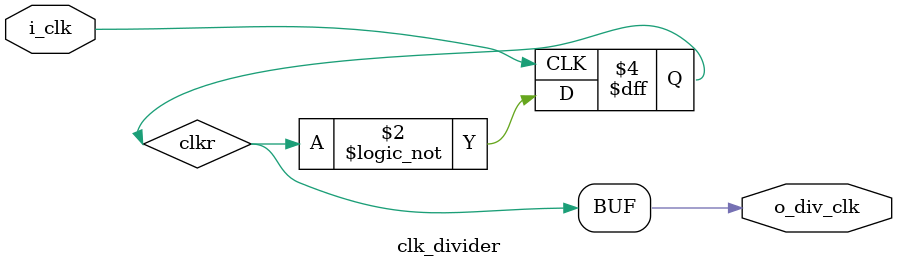
<source format=v>
/*
Matthew Capuano  -- EE 417 Lab 5, State machines for manchester, nrz, pam4 conversion, experimenting with different SM styles w/ 1, 2, or 3 always blocks
*/

module assignment_5(
input i_clk,

//manchester / NRZ conversion
input i_manchester,
input i_nrz,

output o_nrz_moore,
output o_nrz_mealy,
output o_manchester_moore,
output o_manchester_mealy,

//nrz to pam4 conversion
input i_nrz_p4,
input [1:0] i_pam4,

output o_nrz_moore_p4,
output [1:0] o_pam4_moore,
output [1:0] o_pam4_moore_2,

output o_clk_div,

output [3:0] debug,

input i_reset_n
);

wire w_clk_div; //half speed of i_clk

reg [3:0] r_state0; //man-nrz mealy
reg [3:0] r_state1; //man-nrz moore
reg [3:0] r_state2; //nrz-man mealy
reg [3:0] r_state3; //nrz-man moore
reg [3:0] r_state4; //nrz-pam4 moore
reg [3:0] r_state4_2; //nrz-pam4 mealy no delay
reg [3:0] r_state5; //pam4-nrz mealy 

reg [3:0] r_state0_out;
reg [3:0] r_state1_out;
reg [3:0] r_state2_out;
reg [3:0] r_state3_out; 
reg [3:0] r_state4_out;
reg [3:0] r_state4_2_out;
reg [3:0] r_state5_out;

localparam RESET = 0;
localparam HI = 1;
localparam LO = 2;
localparam HI_LO = 3;
localparam LO_HI = 4;
assign debug = r_state0;

//man-nrz mealy - tested and works - 
assign o_nrz_mealy = r_state0_out;
always@(posedge i_clk or negedge i_reset_n)
begin
	if (~i_reset_n) begin r_state0 <= RESET; r_state0_out <= 0; end
else begin
case(r_state0)
RESET: begin
	if(i_manchester) begin r_state0 <= HI; r_state0_out <= r_state0_out; end
	else begin r_state0 <= LO; r_state0_out <= r_state0_out; end
	end
HI: begin
	if(i_manchester) begin r_state0 <= r_state0; r_state0_out <= r_state0_out; end
	else begin r_state0 <= HI_LO; r_state0_out <= 1; end
	end
LO:begin
	if(i_manchester) begin r_state0 <= LO_HI; r_state0_out <= 0; end
	else begin r_state0 <= r_state0; r_state0_out <= r_state0_out; end
	end
HI_LO:begin
	if(i_manchester) begin r_state0 <= HI; r_state0_out <= r_state0_out; end
	else begin r_state0 <= LO; r_state0_out <= r_state0_out; end
   end
LO_HI:begin
	if(i_manchester) begin r_state0 <= HI; r_state0_out <= r_state0_out; end
	else begin r_state0 <= LO; r_state0_out <= r_state0_out; end
   end

default:begin
	r_state0 <= 0;
	r_state0_out <= 0;
	end
endcase
end
end

//man-nrz moore //0-1 LO, 1-0 HI - needs tested
reg [3:0] r_next_state1;
assign o_nrz_moore = r_state1_out;
always@(posedge i_clk or negedge i_reset_n) //update state
begin
if(~i_reset_n) r_state1 <= RESET;
else r_state1 <= r_next_state1;
end
always@(r_state1) //compute output
begin
case(r_state1)
RESET: r_state1_out <= 0;
HI: r_state1_out <= r_state1_out;
LO: r_state1_out <= r_state1_out;
HI_LO: r_state1_out <= 1;
LO_HI: r_state1_out <= 0;
default: r_state1_out <= 0;
endcase
end
always@(r_state1 or i_manchester)//compute next state
begin
case(r_state1)
RESET: begin
if(i_manchester) r_next_state1 <= HI;
else r_next_state1 <= LO;
end
HI:begin
if(i_manchester) r_next_state1 <= r_next_state1;
else r_next_state1 <= HI_LO;
end
LO:begin
if(i_manchester) r_next_state1 <= LO_HI;
else r_next_state1 <= r_next_state1;
end
HI_LO:begin
if(i_manchester) r_next_state1 <= HI;
else r_next_state1 <= LO;
end
LO_HI:begin
if (i_manchester) r_next_state1 <= HI;
else r_next_state1 <= LO;
end
default: r_next_state1 <= RESET;
endcase
end

//nrz-man mealy  -- THIS NEEDS TESTED
localparam LO1 = 1;
localparam HI1 = 2;
localparam LO2 = 3;
localparam HI2 = 4;

assign o_manchester_mealy = r_state2_out;
always@(posedge i_clk or negedge i_reset_n)
begin
if(~i_reset_n) begin r_state2 <= RESET; r_state2_out <= 0; end
else begin
case (r_state2)
RESET: begin
if(i_nrz) begin r_state2 <= HI1; r_state2_out <= 1; end
	else begin r_state2 <= LO1; r_state2_out  <= 0; end
	end
LO1: begin
if(i_nrz)begin r_state2 <= r_state2; r_state2_out <= r_state2_out; end
	else begin r_state2 <= LO2; r_state2_out <= 1; end
	end
HI1: begin
if(i_nrz) begin r_state2 <= HI2; r_state2_out <= 0; end
	else begin r_state2 <= r_state2; r_state2_out <= r_state2_out; end
	end
LO2: begin
if(i_nrz) begin r_state2 <= HI1; r_state2_out <= 1; end
	else begin r_state2 <= LO1; r_state2_out <= 0; end 
end
HI2: begin
if (i_nrz) begin r_state2 <= HI1; r_state2_out <= 1; end
	else begin r_state2 <= LO1; r_state2_out <= 0; end
end
default : begin
r_state2 <= 0;
r_state2_out <= 0;
end
endcase
end
end

//nrz-man moore -- needs test
reg [3:0] r_next_state3;
assign o_manchester_moore = r_state3_out;
always@(posedge i_clk or negedge i_reset_n) //update state
begin
	if(~i_reset_n) begin r_state3 <= RESET;  end
else  r_state3 <= r_next_state3;
end
always@( r_state3) //compute output
begin
case(r_state3)
RESET: begin
r_state3_out <= 0;
end
LO1:begin
r_state3_out <= 0;
end
HI1:begin
r_state3_out <= 1;
end
LO2:begin
r_state3_out <= 1;
end
HI2:begin
r_state3_out <= 0;
end
default:begin
r_state3_out <= 0;
end
endcase
end

always@(r_state3 or i_nrz)//compute next state
begin
case(r_state3)
RESET:begin
if(i_nrz) r_next_state3 <= HI1;
else r_next_state3 <= LO1;
end
LO1:begin
if(i_nrz) r_next_state3 <= r_next_state3;
else r_next_state3 <= LO2;
end
HI1:begin
if(i_nrz) r_next_state3 <= HI2;
else r_next_state3 <= r_next_state3;
end
LO2:begin
if(i_nrz) r_next_state3 <= HI1;
else r_next_state3 <= LO1;
end
HI2:begin
if(i_nrz) r_next_state3 <= HI1;
else r_next_state3 <= LO1;
end
default:begin
r_next_state3 <= 0;
end
endcase
end

//nrz-pam4  moore - 1 clock cycle delay - tested and works
localparam FIRST_ZERO = 1;
localparam FIRST_ONE = 2;
localparam OUT_ZERO = 3;
localparam OUT_ONE = 4;
localparam OUT_TWO = 5;
localparam OUT_THREE =6;

assign o_pam4_moore = r_state4_out;

always@(posedge i_clk)
begin
case(r_state4)
	RESET: begin
			r_state4_out <= 0;
			if(~i_nrz_p4) r_state4 <= FIRST_ZERO;
			else r_state4 <= FIRST_ONE;
			end

	FIRST_ZERO: begin
			r_state4_out <= r_state4_out;
			if(~i_nrz_p4) r_state4 <= OUT_ZERO;
			else r_state4 <= OUT_ONE;
				end
	FIRST_ONE: begin
			r_state4_out <= r_state4_out;
			if(~i_nrz_p4) r_state4 <= OUT_TWO;
			else r_state4 <= OUT_THREE;
				end

	OUT_ZERO:  begin
			r_state4_out <= 0;
			if(~i_nrz_p4) r_state4 <= FIRST_ZERO;
			else r_state4 <= FIRST_ONE;
				end

	OUT_ONE:  begin
			r_state4_out <= 1;
			if(~i_nrz_p4) r_state4 <= FIRST_ZERO;
			else r_state4 <= FIRST_ONE;
			 	end

	OUT_TWO:  begin
			r_state4_out <= 2;
			if(~i_nrz_p4) r_state4 <= FIRST_ZERO;
			else r_state4 <= FIRST_ONE;
				end

	OUT_THREE: begin
			r_state4_out <= 3;
			if(~i_nrz_p4) r_state4 <= FIRST_ZERO;
			else r_state4 <= FIRST_ONE;
				end
	default: begin
			r_state4_out <= 0;
			r_state4 <= RESET;
			end
endcase
end


//nrz-pam4 - mealy - no clock cycle delay - tested and works
assign o_pam4_moore_2 = r_state4_2_out;

always@(posedge i_clk)
begin
case(r_state4_2)
	RESET: begin
			if(~i_nrz_p4) begin r_state4_2 <= FIRST_ZERO;  r_state4_2_out <= 0; end
			else begin			 r_state4_2 <= FIRST_ONE;  r_state4_2_out <= 0; end 
			end

	FIRST_ZERO: begin
			if(~i_nrz_p4) begin r_state4_2 <= OUT_ZERO;  r_state4_2_out <= 0; end
			else begin 			r_state4_2 <= OUT_ONE;  r_state4_2_out <= 1; end
				end
	FIRST_ONE: begin
			if(~i_nrz_p4) begin r_state4_2 <= OUT_TWO;   r_state4_2_out <= 2; end
			else begin 			r_state4_2 <= OUT_THREE; r_state4_2_out <= 3; end
				end

	OUT_ZERO:  begin
			if(~i_nrz_p4) begin r_state4_2 <= FIRST_ZERO; r_state4_2_out <= r_state4_2_out; end
			else begin 			r_state4_2 <= FIRST_ONE;  r_state4_2_out <= r_state4_2_out; end
				end

	OUT_ONE:  begin
			if(~i_nrz_p4) begin r_state4_2 <= FIRST_ZERO; r_state4_2_out <= r_state4_2_out; end
			else begin 			r_state4_2 <= FIRST_ONE;  r_state4_2_out <= r_state4_2_out; end
			 	end

	OUT_TWO:  begin
			if(~i_nrz_p4) begin r_state4_2 <= FIRST_ZERO; r_state4_2_out <= r_state4_2_out; end
			else begin 			r_state4_2 <= FIRST_ONE;  r_state4_2_out <= r_state4_2_out; end
				end

	OUT_THREE: begin
			if(~i_nrz_p4) begin r_state4_2 <= FIRST_ZERO;  r_state4_2_out <= r_state4_2_out; end
			else begin 			r_state4_2 <= FIRST_ONE;   r_state4_2_out <= r_state4_2_out; end
				end
	default: begin
			r_state4_2_out <= 0;
			r_state4_2 <= RESET;
			end
endcase
end

localparam FIRST_TWO = 3;
localparam FIRST_THREE = 4;
localparam SEC_ZERO = 5;
localparam SEC_ONE = 6;
localparam SEC_TWO = 7;
localparam SEC_THREE = 8;

//pam4-nrz mealy - tested and works
assign o_nrz_moore_p4 = r_state5_out;

always@(posedge i_clk)
begin
case(r_state5)
RESET: begin
		if(i_pam4 == 0) begin r_state5 <= FIRST_ZERO; r_state5_out <= 0; end
		else if (i_pam4 == 1) begin r_state5 <= FIRST_ONE; r_state5_out <= 0; end
		else if (i_pam4 == 2) begin r_state5 <= FIRST_TWO; r_state5_out <= 1; end
		else if (i_pam4 == 3) begin r_state5 <= FIRST_THREE; r_state5_out <= 1; end
		else begin r_state5 <= r_state5; r_state5_out <= r_state5_out; end
		end
FIRST_ZERO: begin
			r_state5 <= SEC_ZERO; r_state5_out <= 0;
			end

FIRST_ONE: begin
			r_state5 <= SEC_ONE; r_state5_out <= 1;
			end

FIRST_TWO: begin
			r_state5 <= SEC_TWO; r_state5_out <= 0;
			end

FIRST_THREE: begin
			r_state5 <= SEC_THREE; r_state5_out <= 1;
			end

SEC_ZERO:  begin
			if(i_pam4 == 0) begin r_state5 <= FIRST_ZERO; r_state5_out <= 0; end
		else if (i_pam4 == 1) begin r_state5 <= FIRST_ONE; r_state5_out <= 0; end
		else if (i_pam4 == 2) begin r_state5 <= FIRST_TWO; r_state5_out <= 1; end
		else if (i_pam4 == 3) begin r_state5 <= FIRST_THREE; r_state5_out <= 1; end
			else begin r_state5 <= r_state5; r_state5_out <= r_state5_out; end
			end

SEC_ONE:  begin
			if(i_pam4 == 0) begin r_state5 <= FIRST_ZERO; r_state5_out <= 0; end
		else if (i_pam4 == 1) begin r_state5 <= FIRST_ONE; r_state5_out <= 0; end
		else if (i_pam4 == 2) begin r_state5 <= FIRST_TWO; r_state5_out <= 1; end
		else if (i_pam4 == 3) begin r_state5 <= FIRST_THREE; r_state5_out <= 1; end
			else begin r_state5 <= r_state5; r_state5_out <= r_state5_out; end
		 end

SEC_TWO:  begin
		if(i_pam4 == 0) begin r_state5 <= FIRST_ZERO; r_state5_out <= 0; end
		else if (i_pam4 == 1) begin r_state5 <= FIRST_ONE; r_state5_out <= 0; end
		else if (i_pam4 == 2) begin r_state5 <= FIRST_TWO; r_state5_out <= 1; end
		else if (i_pam4 == 3) begin r_state5 <= FIRST_THREE; r_state5_out <= 1; end
			else begin r_state5 <= r_state5; r_state5_out <= r_state5_out; end
		end

SEC_THREE: begin
		if(i_pam4 == 0) begin r_state5 <= FIRST_ZERO; r_state5_out <= 0; end
		else if (i_pam4 == 1) begin r_state5 <= FIRST_ONE; r_state5_out <= 0; end
		else if (i_pam4 == 2) begin r_state5 <= FIRST_TWO; r_state5_out <= 1; end
		else if (i_pam4 == 3) begin r_state5 <= FIRST_THREE; r_state5_out <= 1; end
			else begin r_state5 <= r_state5; r_state5_out <= r_state5_out; end
			end
	default: 
		begin r_state5 <= 0; r_state5_out <= 0; end

endcase


end


clk_divider cd0(
.i_clk(i_clk),
.o_div_clk(w_clk_div)
	);
assign o_clk_div = w_clk_div;

endmodule

//use input clock as double speed clk for manchester encoding,
//use clk divider to drive system clock for rest of system
module clk_divider(
input i_clk,
output  o_div_clk
	);
reg clkr = 1;
assign o_div_clk = clkr;
always@(posedge i_clk)
begin
	clkr <= !clkr;
end


endmodule
</source>
